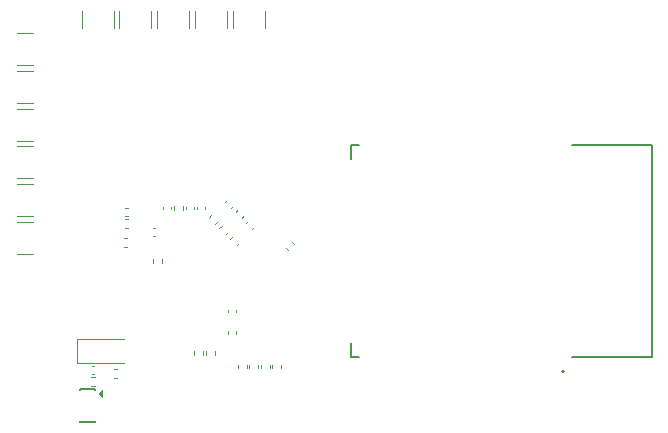
<source format=gbr>
%TF.GenerationSoftware,KiCad,Pcbnew,9.99.0-1168-g72ed3d3f11*%
%TF.CreationDate,2025-05-06T15:31:49-04:00*%
%TF.ProjectId,main_board,6d61696e-5f62-46f6-9172-642e6b696361,rev?*%
%TF.SameCoordinates,Original*%
%TF.FileFunction,Legend,Bot*%
%TF.FilePolarity,Positive*%
%FSLAX46Y46*%
G04 Gerber Fmt 4.6, Leading zero omitted, Abs format (unit mm)*
G04 Created by KiCad (PCBNEW 9.99.0-1168-g72ed3d3f11) date 2025-05-06 15:31:49*
%MOMM*%
%LPD*%
G01*
G04 APERTURE LIST*
%ADD10C,0.127000*%
%ADD11C,0.200000*%
%ADD12C,0.120000*%
%ADD13C,0.152400*%
G04 APERTURE END LIST*
D10*
%TO.C,U6*%
X170659600Y-107946000D02*
X170659600Y-89946000D01*
X163939600Y-107946000D02*
X170659600Y-107946000D01*
X145889600Y-107946000D02*
X145159600Y-107946000D01*
X145159600Y-107946000D02*
X145159600Y-106701000D01*
X170659600Y-89946000D02*
X163939600Y-89946000D01*
X145889600Y-89946000D02*
X145159600Y-89946000D01*
X145159600Y-89946000D02*
X145159600Y-91191000D01*
D11*
X163269600Y-109146000D02*
G75*
G02*
X163069600Y-109146000I-100000J0D01*
G01*
X163069600Y-109146000D02*
G75*
G02*
X163269600Y-109146000I100000J0D01*
G01*
D12*
%TO.C,C14*%
X134710000Y-80060852D02*
X134710000Y-78638348D01*
X131990000Y-80060852D02*
X131990000Y-78638348D01*
%TO.C,R31*%
X135187329Y-97701270D02*
X134970048Y-97918551D01*
X135724730Y-98238671D02*
X135507449Y-98455952D01*
%TO.C,C32*%
X137910400Y-80060852D02*
X137910400Y-78638348D01*
X135190400Y-80060852D02*
X135190400Y-78638348D01*
%TO.C,C23*%
X118313252Y-90080000D02*
X116890748Y-90080000D01*
X118313252Y-92800000D02*
X116890748Y-92800000D01*
%TO.C,C30*%
X132846400Y-95408636D02*
X132846400Y-95192964D01*
X132126400Y-95408636D02*
X132126400Y-95192964D01*
%TO.C,C38*%
X118313252Y-83679200D02*
X116890748Y-83679200D01*
X118313252Y-86399200D02*
X116890748Y-86399200D01*
%TO.C,C74*%
X135047283Y-95281034D02*
X135199786Y-95128531D01*
X134538166Y-94771917D02*
X134690669Y-94619414D01*
%TO.C,C54*%
X135488000Y-105975036D02*
X135488000Y-105759364D01*
X134768000Y-105975036D02*
X134768000Y-105759364D01*
%TO.C,C48*%
X128631836Y-96972800D02*
X128416164Y-96972800D01*
X128631836Y-97692800D02*
X128416164Y-97692800D01*
%TO.C,R21*%
X128448800Y-99617559D02*
X128448800Y-99924841D01*
X129208800Y-99617559D02*
X129208800Y-99924841D01*
%TO.C,C58*%
X136846496Y-97088621D02*
X136998999Y-96936118D01*
X136337379Y-96579504D02*
X136489882Y-96427001D01*
%TO.C,C51*%
X131932000Y-95408636D02*
X131932000Y-95192964D01*
X131212000Y-95408636D02*
X131212000Y-95192964D01*
%TO.C,C37*%
X131509600Y-80060852D02*
X131509600Y-78638348D01*
X128789600Y-80060852D02*
X128789600Y-78638348D01*
%TO.C,R32*%
X134272929Y-96786870D02*
X134055648Y-97004151D01*
X134810330Y-97324271D02*
X134593049Y-97541552D01*
%TO.C,C73*%
X135932096Y-96174221D02*
X136084599Y-96021718D01*
X135422979Y-95665104D02*
X135575482Y-95512601D01*
%TO.C,C28*%
X118313252Y-93280400D02*
X116890748Y-93280400D01*
X118313252Y-96000400D02*
X116890748Y-96000400D01*
%TO.C,C49*%
X129281600Y-95192964D02*
X129281600Y-95408636D01*
X130001600Y-95192964D02*
X130001600Y-95408636D01*
%TO.C,R25*%
X133660800Y-107756041D02*
X133660800Y-107448759D01*
X132900800Y-107756041D02*
X132900800Y-107448759D01*
%TO.C,D4*%
X122008400Y-108391200D02*
X122008400Y-106391200D01*
X122008400Y-108391200D02*
X126008400Y-108391200D01*
X122008400Y-106391200D02*
X126008400Y-106391200D01*
%TO.C,C17*%
X125108800Y-80060852D02*
X125108800Y-78638348D01*
X122388800Y-80060852D02*
X122388800Y-78638348D01*
%TO.C,C25*%
X135488000Y-104146236D02*
X135488000Y-103930564D01*
X134768000Y-104146236D02*
X134768000Y-103930564D01*
D13*
%TO.C,D3*%
X123515200Y-113404000D02*
X123515200Y-113334000D01*
X123515200Y-113404000D02*
X122235200Y-113404000D01*
X123505200Y-110634000D02*
X123505200Y-110704000D01*
X122235200Y-110634000D02*
X123505200Y-110634000D01*
X122235200Y-110634000D02*
X122235200Y-110704000D01*
X122235200Y-113404000D02*
X122235200Y-113334000D01*
D12*
X124145200Y-111324000D02*
X123845200Y-111024000D01*
X124145200Y-110724000D01*
X124145200Y-111324000D01*
G36*
X124145200Y-111324000D02*
G01*
X123845200Y-111024000D01*
X124145200Y-110724000D01*
X124145200Y-111324000D01*
G37*
%TO.C,C15*%
X118313252Y-96480800D02*
X116890748Y-96480800D01*
X118313252Y-99200800D02*
X116890748Y-99200800D01*
%TO.C,C27*%
X123234564Y-109376800D02*
X123450236Y-109376800D01*
X123234564Y-108656800D02*
X123450236Y-108656800D01*
%TO.C,R41*%
X135611600Y-108558359D02*
X135611600Y-108865641D01*
X136371600Y-108558359D02*
X136371600Y-108865641D01*
%TO.C,C33*%
X118313252Y-86879600D02*
X116890748Y-86879600D01*
X118313252Y-89599600D02*
X116890748Y-89599600D01*
%TO.C,R33*%
X133388116Y-95893683D02*
X133170835Y-96110964D01*
X133925517Y-96431084D02*
X133708236Y-96648365D01*
%TO.C,C41*%
X118313252Y-80478800D02*
X116890748Y-80478800D01*
X118313252Y-83198800D02*
X116890748Y-83198800D01*
%TO.C,R11*%
X123186759Y-110412800D02*
X123494041Y-110412800D01*
X123186759Y-109652800D02*
X123494041Y-109652800D01*
%TO.C,R36*%
X125119159Y-109701600D02*
X125426441Y-109701600D01*
X125119159Y-108941600D02*
X125426441Y-108941600D01*
%TO.C,R34*%
X131903200Y-107438759D02*
X131903200Y-107746041D01*
X132663200Y-107438759D02*
X132663200Y-107746041D01*
%TO.C,C26*%
X140335610Y-98373693D02*
X140183107Y-98221190D01*
X139826493Y-98882810D02*
X139673990Y-98730307D01*
%TO.C,R43*%
X136576800Y-108558359D02*
X136576800Y-108865641D01*
X137336800Y-108558359D02*
X137336800Y-108865641D01*
%TO.C,R40*%
X137542000Y-108558359D02*
X137542000Y-108865641D01*
X138302000Y-108558359D02*
X138302000Y-108865641D01*
%TO.C,C46*%
X126295036Y-96236400D02*
X126079364Y-96236400D01*
X126295036Y-96956400D02*
X126079364Y-96956400D01*
%TO.C,C39*%
X128309200Y-80060852D02*
X128309200Y-78638348D01*
X125589200Y-80060852D02*
X125589200Y-78638348D01*
%TO.C,C50*%
X126231836Y-97862000D02*
X126016164Y-97862000D01*
X126231836Y-98582000D02*
X126016164Y-98582000D01*
%TO.C,R17*%
X130986800Y-95454441D02*
X130986800Y-95147159D01*
X130226800Y-95454441D02*
X130226800Y-95147159D01*
%TO.C,R42*%
X138507200Y-108558359D02*
X138507200Y-108865641D01*
X139267200Y-108558359D02*
X139267200Y-108865641D01*
%TO.C,C47*%
X126295036Y-95296400D02*
X126079364Y-95296400D01*
X126295036Y-96016400D02*
X126079364Y-96016400D01*
%TD*%
M02*

</source>
